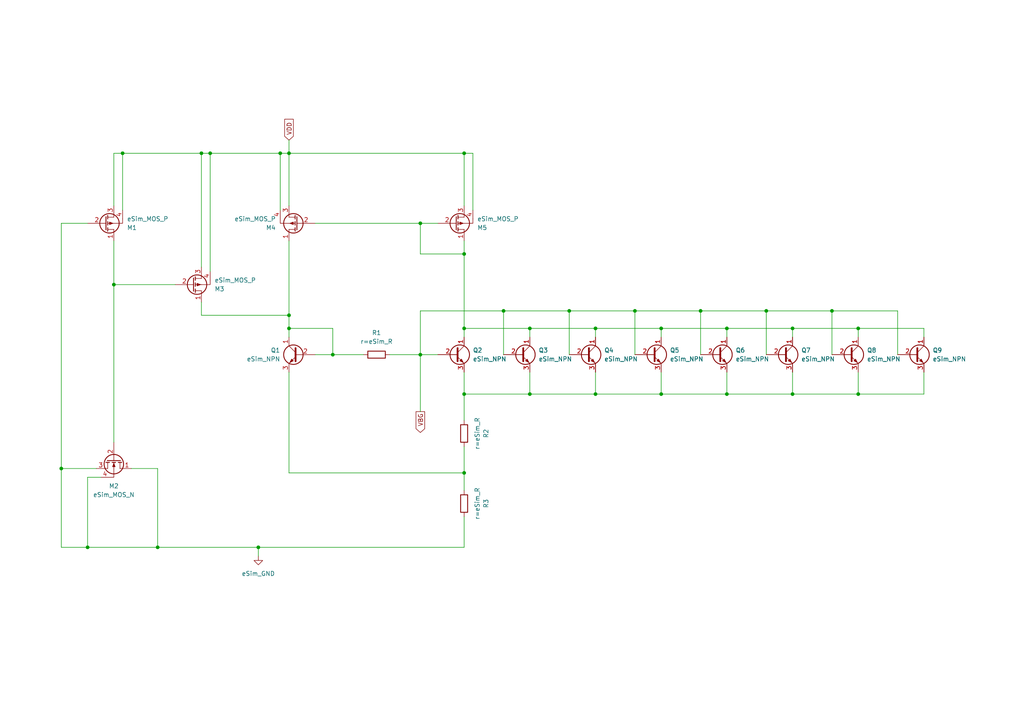
<source format=kicad_sch>
(kicad_sch (version 20231120) (generator "eeschema") (generator_version "8.0")
  (paper "A4")
  (title_block (title "Bandgap Reference Circuit") (rev "0.1"))
  (lib_symbols
    (symbol "eSim_Devices:eSim_MOS_N" (pin_names (offset 0) hide)
      (property "Reference" "M" (at 0 -3.81 0))
      (property "Value" "eSim_MOS_N" (at 2.54 -1.27 0))
      (symbol "eSim_MOS_N_0_1"
        (polyline (pts (xy 3.302 -7.366) (xy 3.302 -6.35)) (stroke (width 0.254)))
        (polyline (pts (xy 3.302 -6.858) (xy 5.08 -6.858)))
        (polyline (pts (xy 3.302 -5.588) (xy 3.302 -4.572)) (stroke (width 0.254)))
        (polyline (pts (xy 3.302 -5.08) (xy 5.08 -5.08)))
        (polyline (pts (xy 3.302 -3.81) (xy 3.302 -2.794)) (stroke (width 0.254)))
        (polyline (pts (xy 3.302 -3.302) (xy 5.08 -3.302)))
        (polyline (pts (xy 5.08 -7.62) (xy 5.08 -6.858)))
        (polyline (pts (xy 5.08 -3.302) (xy 5.08 -2.54)))
        (polyline (pts (xy 2.794 -6.985) (xy 2.794 -3.175) (xy 2.794 -3.175)) (stroke (width 0.254)))
        (polyline (pts (xy 5.08 -5.08) (xy 7.62 -5.08) (xy 7.62 -6.35)))
        (polyline (pts (xy 3.556 -5.08) (xy 4.572 -5.461) (xy 4.572 -4.699) (xy 3.556 -5.08)) (fill (type outline)))
        (circle (center 3.81 -5.08) (radius 2.8194) (stroke (width 0.254)))
      )
      (symbol "eSim_MOS_N_1_1"
        (pin passive line (at 5.08 0 270) (length 2.54) (name "D") (number "1"))
        (pin passive line (at -2.54 -5.08 0) (length 5.334) (name "G") (number "2"))
        (pin passive line (at 5.08 -10.16 90) (length 2.54) (name "S") (number "3"))
        (pin passive line (at 7.62 -8.89 90) (length 2.4892) (name "B") (number "4"))
      )
    )
    (symbol "eSim_Devices:eSim_MOS_P" (pin_names (offset 0) hide)
      (property "Reference" "M" (at -1.27 1.27 0))
      (property "Value" "eSim_MOS_P" (at 1.27 3.81 0))
      (symbol "eSim_MOS_P_0_1"
        (polyline (pts (xy 2.032 -1.778) (xy 3.81 -1.778)))
        (polyline (pts (xy 2.032 -1.27) (xy 2.032 -2.286)) (stroke (width 0.254)))
        (polyline (pts (xy 2.032 0) (xy 3.81 0)))
        (polyline (pts (xy 2.032 0.508) (xy 2.032 -0.508)) (stroke (width 0.254)))
        (polyline (pts (xy 2.032 1.778) (xy 3.81 1.778)))
        (polyline (pts (xy 2.032 2.286) (xy 2.032 1.27)) (stroke (width 0.254)))
        (polyline (pts (xy 3.81 -1.778) (xy 3.81 -2.54)))
        (polyline (pts (xy 3.81 2.54) (xy 3.81 1.778)))
        (polyline (pts (xy 1.524 1.905) (xy 1.524 -1.905) (xy 1.524 -1.905)) (stroke (width 0.254)))
        (polyline (pts (xy 3.81 0) (xy 6.35 0) (xy 6.35 -1.27)))
        (polyline (pts (xy 3.556 0) (xy 2.54 -0.381) (xy 2.54 0.381) (xy 3.556 0)) (fill (type outline)))
        (circle (center 2.54 0) (radius 2.8194) (stroke (width 0.254)))
      )
      (symbol "eSim_MOS_P_1_1"
        (pin passive line (at 3.81 5.08 270) (length 2.54) (name "D") (number "1"))
        (pin passive line (at -3.81 0 0) (length 5.334) (name "G") (number "2"))
        (pin passive line (at 3.81 -5.08 90) (length 2.54) (name "S") (number "3"))
        (pin passive line (at 6.35 -3.81 90) (length 2.54) (name "B") (number "4"))
      )
    )
    (symbol "eSim_Devices:eSim_NPN" (pin_names (offset 0) hide)
      (property "Reference" "Q" (at -2.54 1.27 0))
      (property "Value" "eSim_NPN" (at -1.27 3.81 0))
      (symbol "eSim_NPN_0_1"
        (polyline (pts (xy 0.635 0.635) (xy 2.54 2.54)))
        (polyline (pts (xy 0.635 -0.635) (xy 2.54 -2.54) (xy 2.54 -2.54)))
        (polyline (pts (xy 0.635 1.905) (xy 0.635 -1.905) (xy 0.635 -1.905)) (stroke (width 0.508)))
        (polyline (pts (xy 1.27 -1.778) (xy 1.778 -1.27) (xy 2.286 -2.286) (xy 1.27 -1.778) (xy 1.27 -1.778)) (fill (type outline)))
        (circle (center 1.27 0) (radius 2.8194) (stroke (width 0.254)))
      )
      (symbol "eSim_NPN_1_1"
        (pin passive line (at 2.54 5.08 270) (length 2.54) (name "C") (number "1"))
        (pin passive line (at -5.08 0 0) (length 5.715) (name "B") (number "2"))
        (pin passive line (at 2.54 -5.08 90) (length 2.54) (name "E") (number "3"))
      )
    )
    (symbol "eSim_Devices:eSim_R" (pin_numbers hide) (pin_names (offset 0))
      (property "Reference" "R" (at 1.27 3.302 0))
      (property "Value" "eSim_R" (at 1.27 -1.27 0))
      (symbol "eSim_R_0_1"
        (rectangle (start 3.81 0.254) (end -1.27 2.286) (stroke (width 0.254)))
      )
      (symbol "eSim_R_1_1"
        (pin passive line (at -2.54 1.27 0) (length 1.27) (name "~") (number "1"))
        (pin passive line (at 5.08 1.27 180) (length 1.27) (name "~") (number "2"))
      )
    )
    (symbol "eSim_Power:eSim_GND" (power) (pin_names (offset 0))
      (property "Value" "eSim_GND" (at 0 -3.81 0))
      (symbol "eSim_GND_0_1"
        (polyline (pts (xy 0 0) (xy 0 -1.27) (xy 1.27 -1.27) (xy 0 -2.54) (xy -1.27 -1.27) (xy 0 -1.27)))
      )
      (symbol "eSim_GND_1_1"
        (pin power_in line (at 0 0 270) (length 0) hide (name "GND") (number "1"))
      )
    )
  )
  (junction (at 229.87 114.3))
  (junction (at 172.72 114.3))
  (junction (at 121.92 64.77))
  (junction (at 153.67 114.3))
  (junction (at 83.82 91.44))
  (junction (at 248.92 114.3))
  (junction (at 184.15 90.17))
  (junction (at 191.77 95.25))
  (junction (at 121.92 102.87))
  (junction (at 146.05 90.17))
  (junction (at 210.82 95.25))
  (junction (at 210.82 114.3))
  (junction (at 58.42 44.45))
  (junction (at 74.93 158.75))
  (junction (at 134.62 137.16))
  (junction (at 33.02 82.55))
  (junction (at 191.77 114.3))
  (junction (at 134.62 73.66))
  (junction (at 83.82 95.25))
  (junction (at 172.72 95.25))
  (junction (at 45.72 158.75))
  (junction (at 248.92 95.25))
  (junction (at 134.62 114.3))
  (junction (at 153.67 95.25))
  (junction (at 60.96 44.45))
  (junction (at 222.25 90.17))
  (junction (at 241.3 90.17))
  (junction (at 17.78 135.89))
  (junction (at 83.82 44.45))
  (junction (at 165.1 90.17))
  (junction (at 203.2 90.17))
  (junction (at 81.28 44.45))
  (junction (at 134.62 44.45))
  (junction (at 25.4 158.75))
  (junction (at 229.87 95.25))
  (junction (at 96.52 102.87))
  (junction (at 134.62 95.25))
  (junction (at 35.56 44.45))
  (wire (pts (xy 25.4 138.43) (xy 25.4 158.75)))
  (wire (pts (xy 83.82 44.45) (xy 134.62 44.45)))
  (wire (pts (xy 83.82 40.64) (xy 83.82 44.45)))
  (wire (pts (xy 134.62 69.85) (xy 134.62 73.66)))
  (wire (pts (xy 134.62 158.75) (xy 74.93 158.75)))
  (wire (pts (xy 172.72 114.3) (xy 191.77 114.3)))
  (wire (pts (xy 191.77 95.25) (xy 191.77 97.79)))
  (wire (pts (xy 248.92 114.3) (xy 267.97 114.3)))
  (wire (pts (xy 137.16 60.96) (xy 137.16 44.45)))
  (wire (pts (xy 210.82 107.95) (xy 210.82 114.3)))
  (wire (pts (xy 172.72 95.25) (xy 191.77 95.25)))
  (wire (pts (xy 241.3 90.17) (xy 241.3 102.87)))
  (wire (pts (xy 121.92 64.77) (xy 127 64.77)))
  (wire (pts (xy 267.97 114.3) (xy 267.97 107.95)))
  (wire (pts (xy 153.67 114.3) (xy 172.72 114.3)))
  (wire (pts (xy 229.87 107.95) (xy 229.87 114.3)))
  (wire (pts (xy 45.72 158.75) (xy 45.72 135.89)))
  (wire (pts (xy 134.62 114.3) (xy 134.62 121.92)))
  (wire (pts (xy 121.92 64.77) (xy 121.92 73.66)))
  (wire (pts (xy 222.25 102.87) (xy 222.25 90.17)))
  (wire (pts (xy 210.82 95.25) (xy 229.87 95.25)))
  (wire (pts (xy 248.92 107.95) (xy 248.92 114.3)))
  (wire (pts (xy 33.02 69.85) (xy 33.02 82.55)))
  (wire (pts (xy 229.87 97.79) (xy 229.87 95.25)))
  (wire (pts (xy 134.62 95.25) (xy 153.67 95.25)))
  (wire (pts (xy 33.02 82.55) (xy 33.02 128.27)))
  (wire (pts (xy 96.52 95.25) (xy 96.52 102.87)))
  (wire (pts (xy 29.21 138.43) (xy 25.4 138.43)))
  (wire (pts (xy 210.82 97.79) (xy 210.82 95.25)))
  (wire (pts (xy 83.82 137.16) (xy 134.62 137.16)))
  (wire (pts (xy 134.62 129.54) (xy 134.62 137.16)))
  (wire (pts (xy 17.78 135.89) (xy 27.94 135.89)))
  (wire (pts (xy 35.56 44.45) (xy 58.42 44.45)))
  (wire (pts (xy 203.2 102.87) (xy 203.2 90.17)))
  (wire (pts (xy 33.02 44.45) (xy 35.56 44.45)))
  (wire (pts (xy 60.96 44.45) (xy 60.96 78.74)))
  (wire (pts (xy 134.62 44.45) (xy 134.62 59.69)))
  (wire (pts (xy 229.87 114.3) (xy 248.92 114.3)))
  (wire (pts (xy 60.96 44.45) (xy 81.28 44.45)))
  (wire (pts (xy 81.28 44.45) (xy 83.82 44.45)))
  (wire (pts (xy 83.82 95.25) (xy 83.82 97.79)))
  (wire (pts (xy 134.62 114.3) (xy 153.67 114.3)))
  (wire (pts (xy 134.62 107.95) (xy 134.62 114.3)))
  (wire (pts (xy 172.72 107.95) (xy 172.72 114.3)))
  (wire (pts (xy 91.44 102.87) (xy 96.52 102.87)))
  (wire (pts (xy 83.82 91.44) (xy 83.82 95.25)))
  (wire (pts (xy 121.92 90.17) (xy 121.92 102.87)))
  (wire (pts (xy 153.67 107.95) (xy 153.67 114.3)))
  (wire (pts (xy 33.02 59.69) (xy 33.02 44.45)))
  (wire (pts (xy 184.15 90.17) (xy 184.15 102.87)))
  (wire (pts (xy 165.1 102.87) (xy 165.1 90.17)))
  (wire (pts (xy 134.62 137.16) (xy 134.62 142.24)))
  (wire (pts (xy 260.35 90.17) (xy 260.35 102.87)))
  (wire (pts (xy 35.56 44.45) (xy 35.56 60.96)))
  (wire (pts (xy 113.03 102.87) (xy 121.92 102.87)))
  (wire (pts (xy 83.82 44.45) (xy 83.82 59.69)))
  (wire (pts (xy 146.05 90.17) (xy 121.92 90.17)))
  (wire (pts (xy 210.82 114.3) (xy 229.87 114.3)))
  (wire (pts (xy 134.62 73.66) (xy 134.62 95.25)))
  (wire (pts (xy 17.78 64.77) (xy 17.78 135.89)))
  (wire (pts (xy 134.62 44.45) (xy 137.16 44.45)))
  (wire (pts (xy 83.82 95.25) (xy 96.52 95.25)))
  (wire (pts (xy 58.42 44.45) (xy 58.42 77.47)))
  (wire (pts (xy 191.77 114.3) (xy 210.82 114.3)))
  (wire (pts (xy 96.52 102.87) (xy 105.41 102.87)))
  (wire (pts (xy 83.82 69.85) (xy 83.82 91.44)))
  (wire (pts (xy 58.42 87.63) (xy 58.42 91.44)))
  (wire (pts (xy 25.4 64.77) (xy 17.78 64.77)))
  (wire (pts (xy 191.77 95.25) (xy 210.82 95.25)))
  (wire (pts (xy 121.92 102.87) (xy 127 102.87)))
  (wire (pts (xy 58.42 44.45) (xy 60.96 44.45)))
  (wire (pts (xy 267.97 97.79) (xy 267.97 95.25)))
  (wire (pts (xy 58.42 91.44) (xy 83.82 91.44)))
  (wire (pts (xy 81.28 60.96) (xy 81.28 44.45)))
  (wire (pts (xy 134.62 95.25) (xy 134.62 97.79)))
  (wire (pts (xy 134.62 149.86) (xy 134.62 158.75)))
  (wire (pts (xy 74.93 158.75) (xy 74.93 161.29)))
  (wire (pts (xy 74.93 158.75) (xy 45.72 158.75)))
  (wire (pts (xy 248.92 95.25) (xy 267.97 95.25)))
  (wire (pts (xy 172.72 95.25) (xy 172.72 97.79)))
  (wire (pts (xy 222.25 90.17) (xy 241.3 90.17)))
  (wire (pts (xy 17.78 158.75) (xy 25.4 158.75)))
  (wire (pts (xy 146.05 90.17) (xy 165.1 90.17)))
  (wire (pts (xy 153.67 95.25) (xy 153.67 97.79)))
  (wire (pts (xy 17.78 135.89) (xy 17.78 158.75)))
  (wire (pts (xy 241.3 90.17) (xy 260.35 90.17)))
  (wire (pts (xy 184.15 90.17) (xy 203.2 90.17)))
  (wire (pts (xy 191.77 107.95) (xy 191.77 114.3)))
  (wire (pts (xy 121.92 102.87) (xy 121.92 119.38)))
  (wire (pts (xy 153.67 95.25) (xy 172.72 95.25)))
  (wire (pts (xy 83.82 107.95) (xy 83.82 137.16)))
  (wire (pts (xy 45.72 135.89) (xy 38.1 135.89)))
  (wire (pts (xy 33.02 82.55) (xy 50.8 82.55)))
  (wire (pts (xy 165.1 90.17) (xy 184.15 90.17)))
  (wire (pts (xy 248.92 97.79) (xy 248.92 95.25)))
  (wire (pts (xy 146.05 102.87) (xy 146.05 90.17)))
  (wire (pts (xy 121.92 73.66) (xy 134.62 73.66)))
  (wire (pts (xy 91.44 64.77) (xy 121.92 64.77)))
  (wire (pts (xy 25.4 158.75) (xy 45.72 158.75)))
  (wire (pts (xy 203.2 90.17) (xy 222.25 90.17)))
  (wire (pts (xy 229.87 95.25) (xy 248.92 95.25)))
  (global_label "VDD" (shape input) (at 83.82 40.64 90) (property "Intersheetrefs" "${INTERSHEET_REFS}" (effects (hide yes))))
  (global_label "VBG" (shape output) (at 121.92 119.38 270) (property "Intersheetrefs" "${INTERSHEET_REFS}" (effects (hide yes))))
  (symbol (lib_id "eSim_Devices:eSim_R") (at 133.35 144.78 270) (unit 1)
    (property "Reference" "R3" (at 140.97 146.05 0))
    (property "Value" "${SIM.PARAMS}" (at 138.43 146.05 0))
    (property "Sim.Device" "R" (effects (hide yes)))
    (property "Sim.Type" "=" (effects (hide yes)))
    (property "Sim.Params" "r=eSim_R" (effects (hide yes)))
    (property "Sim.Pins" "1=+ 2=-" (effects (hide yes)))
  )
  (symbol (lib_id "eSim_Devices:eSim_MOS_P") (at 29.21 64.77 0) (mirror x) (unit 1)
    (property "Reference" "M1" (at 36.83 66.0401 0) (effects (justify left)))
    (property "Value" "eSim_MOS_P" (at 36.83 63.5001 0) (effects (justify left)))
    (property "Sim.Device" "PMOS" (effects (hide yes)))
    (property "Sim.Type" "BSIM4" (effects (hide yes)))
    (property "Sim.Pins" "1=D 2=G 3=S 4=B" (effects (hide yes)))
  )
  (symbol (lib_id "eSim_Devices:eSim_NPN") (at 227.33 102.87 0) (unit 1)
    (property "Reference" "Q7" (at 232.41 101.5999 0) (effects (justify left)))
    (property "Value" "eSim_NPN" (at 232.41 104.1399 0) (effects (justify left)))
  )
  (symbol (lib_id "eSim_Devices:eSim_MOS_N") (at 38.1 130.81 270) (unit 1)
    (property "Reference" "M2" (at 33.02 140.97 90))
    (property "Value" "eSim_MOS_N" (at 33.02 143.51 90))
    (property "Sim.Device" "NMOS" (effects (hide yes)))
    (property "Sim.Type" "BSIM4" (effects (hide yes)))
    (property "Sim.Pins" "1=D 2=G 3=S 4=B" (effects (hide yes)))
  )
  (symbol (lib_id "eSim_Devices:eSim_MOS_P") (at 87.63 64.77 180) (unit 1)
    (property "Reference" "M4" (at 80.01 66.0401 0) (effects (justify left)))
    (property "Value" "eSim_MOS_P" (at 80.01 63.5001 0) (effects (justify left)))
    (property "Sim.Device" "PMOS" (effects (hide yes)))
    (property "Sim.Type" "BSIM4" (effects (hide yes)))
    (property "Sim.Pins" "1=D 2=G 3=S 4=B" (effects (hide yes)))
  )
  (symbol (lib_id "eSim_Devices:eSim_NPN") (at 265.43 102.87 0) (unit 1)
    (property "Reference" "Q9" (at 270.51 101.5999 0) (effects (justify left)))
    (property "Value" "eSim_NPN" (at 270.51 104.1399 0) (effects (justify left)))
  )
  (symbol (lib_id "eSim_Power:eSim_GND") (at 74.93 161.29 0) (unit 1)
    (property "Reference" "#PWR1" (effects (hide yes)))
    (property "Value" "eSim_GND" (at 74.93 166.37 0))
  )
  (symbol (lib_id "eSim_Devices:eSim_R") (at 107.95 104.14 0) (unit 1)
    (property "Reference" "R1" (at 109.22 96.52 0))
    (property "Value" "${SIM.PARAMS}" (at 109.22 99.06 0))
    (property "Sim.Device" "R" (effects (hide yes)))
    (property "Sim.Type" "=" (effects (hide yes)))
    (property "Sim.Params" "r=eSim_R" (effects (hide yes)))
    (property "Sim.Pins" "1=+ 2=-" (effects (hide yes)))
  )
  (symbol (lib_id "eSim_Devices:eSim_R") (at 133.35 124.46 270) (unit 1)
    (property "Reference" "R2" (at 140.97 125.73 0))
    (property "Value" "${SIM.PARAMS}" (at 138.43 125.73 0))
    (property "Sim.Device" "R" (effects (hide yes)))
    (property "Sim.Type" "=" (effects (hide yes)))
    (property "Sim.Params" "r=eSim_R" (effects (hide yes)))
    (property "Sim.Pins" "1=+ 2=-" (effects (hide yes)))
  )
  (symbol (lib_id "eSim_Devices:eSim_NPN") (at 170.18 102.87 0) (unit 1)
    (property "Reference" "Q4" (at 175.26 101.5999 0) (effects (justify left)))
    (property "Value" "eSim_NPN" (at 175.26 104.1399 0) (effects (justify left)))
  )
  (symbol (lib_id "eSim_Devices:eSim_MOS_P") (at 130.81 64.77 0) (mirror x) (unit 1)
    (property "Reference" "M5" (at 138.43 66.0401 0) (effects (justify left)))
    (property "Value" "eSim_MOS_P" (at 138.43 63.5001 0) (effects (justify left)))
    (property "Sim.Device" "PMOS" (effects (hide yes)))
    (property "Sim.Type" "BSIM4" (effects (hide yes)))
    (property "Sim.Pins" "1=D 2=G 3=S 4=B" (effects (hide yes)))
  )
  (symbol (lib_id "eSim_Devices:eSim_NPN") (at 189.23 102.87 0) (unit 1)
    (property "Reference" "Q5" (at 194.31 101.5999 0) (effects (justify left)))
    (property "Value" "eSim_NPN" (at 194.31 104.1399 0) (effects (justify left)))
  )
  (symbol (lib_id "eSim_Devices:eSim_NPN") (at 86.36 102.87 0) (mirror y) (unit 1)
    (property "Reference" "Q1" (at 81.28 101.5999 0) (effects (justify left)))
    (property "Value" "eSim_NPN" (at 81.28 104.1399 0) (effects (justify left)))
  )
  (symbol (lib_id "eSim_Devices:eSim_NPN") (at 132.08 102.87 0) (unit 1)
    (property "Reference" "Q2" (at 137.16 101.5999 0) (effects (justify left)))
    (property "Value" "eSim_NPN" (at 137.16 104.1399 0) (effects (justify left)))
  )
  (symbol (lib_id "eSim_Devices:eSim_NPN") (at 151.13 102.87 0) (unit 1)
    (property "Reference" "Q3" (at 156.21 101.5999 0) (effects (justify left)))
    (property "Value" "eSim_NPN" (at 156.21 104.1399 0) (effects (justify left)))
  )
  (symbol (lib_id "eSim_Devices:eSim_NPN") (at 208.28 102.87 0) (unit 1)
    (property "Reference" "Q6" (at 213.36 101.5999 0) (effects (justify left)))
    (property "Value" "eSim_NPN" (at 213.36 104.1399 0) (effects (justify left)))
  )
  (symbol (lib_id "eSim_Devices:eSim_MOS_P") (at 54.61 82.55 0) (mirror x) (unit 1)
    (property "Reference" "M3" (at 62.23 83.8201 0) (effects (justify left)))
    (property "Value" "eSim_MOS_P" (at 62.23 81.2801 0) (effects (justify left)))
    (property "Sim.Device" "PMOS" (effects (hide yes)))
    (property "Sim.Type" "BSIM4" (effects (hide yes)))
    (property "Sim.Pins" "1=D 2=G 3=S 4=B" (effects (hide yes)))
  )
  (symbol (lib_id "eSim_Devices:eSim_NPN") (at 246.38 102.87 0) (unit 1)
    (property "Reference" "Q8" (at 251.46 101.5999 0) (effects (justify left)))
    (property "Value" "eSim_NPN" (at 251.46 104.1399 0) (effects (justify left)))
  )
)
</source>
